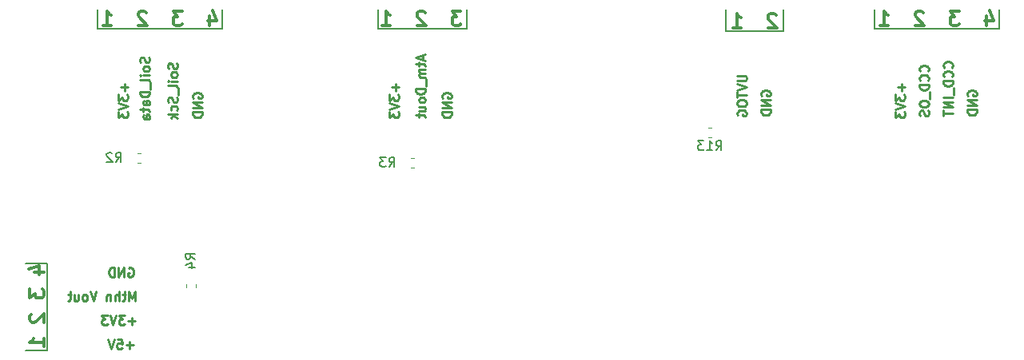
<source format=gbr>
G04 #@! TF.GenerationSoftware,KiCad,Pcbnew,(5.0.0)*
G04 #@! TF.CreationDate,2018-12-18T15:29:39-06:00*
G04 #@! TF.ProjectId,SRASensorBoard_Hardware,53524153656E736F72426F6172645F48,rev?*
G04 #@! TF.SameCoordinates,Original*
G04 #@! TF.FileFunction,Legend,Bot*
G04 #@! TF.FilePolarity,Positive*
%FSLAX46Y46*%
G04 Gerber Fmt 4.6, Leading zero omitted, Abs format (unit mm)*
G04 Created by KiCad (PCBNEW (5.0.0)) date 12/18/18 15:29:39*
%MOMM*%
%LPD*%
G01*
G04 APERTURE LIST*
%ADD10C,0.300000*%
%ADD11C,0.200000*%
%ADD12C,0.248000*%
%ADD13C,0.120000*%
%ADD14C,0.150000*%
G04 APERTURE END LIST*
D10*
X188165714Y-45906571D02*
X188165714Y-46906571D01*
X188522857Y-45335142D02*
X188880000Y-46406571D01*
X187951428Y-46406571D01*
X185237142Y-45406571D02*
X184308571Y-45406571D01*
X184808571Y-45978000D01*
X184594285Y-45978000D01*
X184451428Y-46049428D01*
X184380000Y-46120857D01*
X184308571Y-46263714D01*
X184308571Y-46620857D01*
X184380000Y-46763714D01*
X184451428Y-46835142D01*
X184594285Y-46906571D01*
X185022857Y-46906571D01*
X185165714Y-46835142D01*
X185237142Y-46763714D01*
X181451428Y-45549428D02*
X181380000Y-45478000D01*
X181237142Y-45406571D01*
X180880000Y-45406571D01*
X180737142Y-45478000D01*
X180665714Y-45549428D01*
X180594285Y-45692285D01*
X180594285Y-45835142D01*
X180665714Y-46049428D01*
X181522857Y-46906571D01*
X180594285Y-46906571D01*
X176880000Y-46906571D02*
X177737142Y-46906571D01*
X177308571Y-46906571D02*
X177308571Y-45406571D01*
X177451428Y-45620857D01*
X177594285Y-45763714D01*
X177737142Y-45835142D01*
D11*
X176276000Y-47244000D02*
X189484000Y-47244000D01*
X176276000Y-45212000D02*
X176276000Y-47244000D01*
X189484000Y-47244000D02*
X189484000Y-45212000D01*
D12*
X181964285Y-51793142D02*
X182011523Y-51745904D01*
X182058761Y-51604190D01*
X182058761Y-51509714D01*
X182011523Y-51368000D01*
X181917047Y-51273523D01*
X181822571Y-51226285D01*
X181633619Y-51179047D01*
X181491904Y-51179047D01*
X181302952Y-51226285D01*
X181208476Y-51273523D01*
X181114000Y-51368000D01*
X181066761Y-51509714D01*
X181066761Y-51604190D01*
X181114000Y-51745904D01*
X181161238Y-51793142D01*
X181964285Y-52785142D02*
X182011523Y-52737904D01*
X182058761Y-52596190D01*
X182058761Y-52501714D01*
X182011523Y-52360000D01*
X181917047Y-52265523D01*
X181822571Y-52218285D01*
X181633619Y-52171047D01*
X181491904Y-52171047D01*
X181302952Y-52218285D01*
X181208476Y-52265523D01*
X181114000Y-52360000D01*
X181066761Y-52501714D01*
X181066761Y-52596190D01*
X181114000Y-52737904D01*
X181161238Y-52785142D01*
X182058761Y-53210285D02*
X181066761Y-53210285D01*
X181066761Y-53446476D01*
X181114000Y-53588190D01*
X181208476Y-53682666D01*
X181302952Y-53729904D01*
X181491904Y-53777142D01*
X181633619Y-53777142D01*
X181822571Y-53729904D01*
X181917047Y-53682666D01*
X182011523Y-53588190D01*
X182058761Y-53446476D01*
X182058761Y-53210285D01*
X182153238Y-53966095D02*
X182153238Y-54721904D01*
X181066761Y-55147047D02*
X181066761Y-55336000D01*
X181114000Y-55430476D01*
X181208476Y-55524952D01*
X181397428Y-55572190D01*
X181728095Y-55572190D01*
X181917047Y-55524952D01*
X182011523Y-55430476D01*
X182058761Y-55336000D01*
X182058761Y-55147047D01*
X182011523Y-55052571D01*
X181917047Y-54958095D01*
X181728095Y-54910857D01*
X181397428Y-54910857D01*
X181208476Y-54958095D01*
X181114000Y-55052571D01*
X181066761Y-55147047D01*
X182011523Y-55950095D02*
X182058761Y-56091809D01*
X182058761Y-56328000D01*
X182011523Y-56422476D01*
X181964285Y-56469714D01*
X181869809Y-56516952D01*
X181775333Y-56516952D01*
X181680857Y-56469714D01*
X181633619Y-56422476D01*
X181586380Y-56328000D01*
X181539142Y-56139047D01*
X181491904Y-56044571D01*
X181444666Y-55997333D01*
X181350190Y-55950095D01*
X181255714Y-55950095D01*
X181161238Y-55997333D01*
X181114000Y-56044571D01*
X181066761Y-56139047D01*
X181066761Y-56375238D01*
X181114000Y-56516952D01*
X179140857Y-53116190D02*
X179140857Y-53872000D01*
X179518761Y-53494095D02*
X178762952Y-53494095D01*
X178526761Y-54249904D02*
X178526761Y-54864000D01*
X178904666Y-54533333D01*
X178904666Y-54675047D01*
X178951904Y-54769523D01*
X178999142Y-54816761D01*
X179093619Y-54864000D01*
X179329809Y-54864000D01*
X179424285Y-54816761D01*
X179471523Y-54769523D01*
X179518761Y-54675047D01*
X179518761Y-54391619D01*
X179471523Y-54297142D01*
X179424285Y-54249904D01*
X178526761Y-55147428D02*
X179518761Y-55478095D01*
X178526761Y-55808761D01*
X178526761Y-56044952D02*
X178526761Y-56659047D01*
X178904666Y-56328380D01*
X178904666Y-56470095D01*
X178951904Y-56564571D01*
X178999142Y-56611809D01*
X179093619Y-56659047D01*
X179329809Y-56659047D01*
X179424285Y-56611809D01*
X179471523Y-56564571D01*
X179518761Y-56470095D01*
X179518761Y-56186666D01*
X179471523Y-56092190D01*
X179424285Y-56044952D01*
X184504285Y-51397428D02*
X184551523Y-51350190D01*
X184598761Y-51208476D01*
X184598761Y-51114000D01*
X184551523Y-50972285D01*
X184457047Y-50877809D01*
X184362571Y-50830571D01*
X184173619Y-50783333D01*
X184031904Y-50783333D01*
X183842952Y-50830571D01*
X183748476Y-50877809D01*
X183654000Y-50972285D01*
X183606761Y-51114000D01*
X183606761Y-51208476D01*
X183654000Y-51350190D01*
X183701238Y-51397428D01*
X184504285Y-52389428D02*
X184551523Y-52342190D01*
X184598761Y-52200476D01*
X184598761Y-52106000D01*
X184551523Y-51964285D01*
X184457047Y-51869809D01*
X184362571Y-51822571D01*
X184173619Y-51775333D01*
X184031904Y-51775333D01*
X183842952Y-51822571D01*
X183748476Y-51869809D01*
X183654000Y-51964285D01*
X183606761Y-52106000D01*
X183606761Y-52200476D01*
X183654000Y-52342190D01*
X183701238Y-52389428D01*
X184598761Y-52814571D02*
X183606761Y-52814571D01*
X183606761Y-53050761D01*
X183654000Y-53192476D01*
X183748476Y-53286952D01*
X183842952Y-53334190D01*
X184031904Y-53381428D01*
X184173619Y-53381428D01*
X184362571Y-53334190D01*
X184457047Y-53286952D01*
X184551523Y-53192476D01*
X184598761Y-53050761D01*
X184598761Y-52814571D01*
X184693238Y-53570380D02*
X184693238Y-54326190D01*
X184598761Y-54562380D02*
X183606761Y-54562380D01*
X184598761Y-55034761D02*
X183606761Y-55034761D01*
X184598761Y-55601619D01*
X183606761Y-55601619D01*
X183606761Y-55932285D02*
X183606761Y-56499142D01*
X184598761Y-56215714D02*
X183606761Y-56215714D01*
X186194000Y-54362190D02*
X186146761Y-54267714D01*
X186146761Y-54126000D01*
X186194000Y-53984285D01*
X186288476Y-53889809D01*
X186382952Y-53842571D01*
X186571904Y-53795333D01*
X186713619Y-53795333D01*
X186902571Y-53842571D01*
X186997047Y-53889809D01*
X187091523Y-53984285D01*
X187138761Y-54126000D01*
X187138761Y-54220476D01*
X187091523Y-54362190D01*
X187044285Y-54409428D01*
X186713619Y-54409428D01*
X186713619Y-54220476D01*
X187138761Y-54834571D02*
X186146761Y-54834571D01*
X187138761Y-55401428D01*
X186146761Y-55401428D01*
X187138761Y-55873809D02*
X186146761Y-55873809D01*
X186146761Y-56110000D01*
X186194000Y-56251714D01*
X186288476Y-56346190D01*
X186382952Y-56393428D01*
X186571904Y-56440666D01*
X186713619Y-56440666D01*
X186902571Y-56393428D01*
X186997047Y-56346190D01*
X187091523Y-56251714D01*
X187138761Y-56110000D01*
X187138761Y-55873809D01*
D11*
X88646000Y-81407000D02*
X88646000Y-72136000D01*
X86360000Y-81407000D02*
X88646000Y-81407000D01*
X166624000Y-47498000D02*
X166624000Y-45212000D01*
X160528000Y-47498000D02*
X166624000Y-47498000D01*
X160528000Y-45212000D02*
X160528000Y-47498000D01*
X133096000Y-47244000D02*
X133096000Y-45212000D01*
X123698000Y-47244000D02*
X133096000Y-47244000D01*
X123698000Y-45212000D02*
X123698000Y-47244000D01*
X107188000Y-47244000D02*
X107188000Y-45212000D01*
X93980000Y-47244000D02*
X107188000Y-47244000D01*
X93980000Y-45212000D02*
X93980000Y-47244000D01*
X86360000Y-72136000D02*
X88646000Y-72136000D01*
D12*
X130568000Y-54616190D02*
X130520761Y-54521714D01*
X130520761Y-54380000D01*
X130568000Y-54238285D01*
X130662476Y-54143809D01*
X130756952Y-54096571D01*
X130945904Y-54049333D01*
X131087619Y-54049333D01*
X131276571Y-54096571D01*
X131371047Y-54143809D01*
X131465523Y-54238285D01*
X131512761Y-54380000D01*
X131512761Y-54474476D01*
X131465523Y-54616190D01*
X131418285Y-54663428D01*
X131087619Y-54663428D01*
X131087619Y-54474476D01*
X131512761Y-55088571D02*
X130520761Y-55088571D01*
X131512761Y-55655428D01*
X130520761Y-55655428D01*
X131512761Y-56127809D02*
X130520761Y-56127809D01*
X130520761Y-56364000D01*
X130568000Y-56505714D01*
X130662476Y-56600190D01*
X130756952Y-56647428D01*
X130945904Y-56694666D01*
X131087619Y-56694666D01*
X131276571Y-56647428D01*
X131371047Y-56600190D01*
X131465523Y-56505714D01*
X131512761Y-56364000D01*
X131512761Y-56127809D01*
X128435333Y-50104190D02*
X128435333Y-50576571D01*
X128718761Y-50009714D02*
X127726761Y-50340380D01*
X128718761Y-50671047D01*
X128057428Y-50860000D02*
X128057428Y-51237904D01*
X127726761Y-51001714D02*
X128577047Y-51001714D01*
X128671523Y-51048952D01*
X128718761Y-51143428D01*
X128718761Y-51237904D01*
X128718761Y-51568571D02*
X128057428Y-51568571D01*
X128151904Y-51568571D02*
X128104666Y-51615809D01*
X128057428Y-51710285D01*
X128057428Y-51852000D01*
X128104666Y-51946476D01*
X128199142Y-51993714D01*
X128718761Y-51993714D01*
X128199142Y-51993714D02*
X128104666Y-52040952D01*
X128057428Y-52135428D01*
X128057428Y-52277142D01*
X128104666Y-52371619D01*
X128199142Y-52418857D01*
X128718761Y-52418857D01*
X128813238Y-52655047D02*
X128813238Y-53410857D01*
X128718761Y-53647047D02*
X127726761Y-53647047D01*
X127726761Y-53883238D01*
X127774000Y-54024952D01*
X127868476Y-54119428D01*
X127962952Y-54166666D01*
X128151904Y-54213904D01*
X128293619Y-54213904D01*
X128482571Y-54166666D01*
X128577047Y-54119428D01*
X128671523Y-54024952D01*
X128718761Y-53883238D01*
X128718761Y-53647047D01*
X128718761Y-54780761D02*
X128671523Y-54686285D01*
X128624285Y-54639047D01*
X128529809Y-54591809D01*
X128246380Y-54591809D01*
X128151904Y-54639047D01*
X128104666Y-54686285D01*
X128057428Y-54780761D01*
X128057428Y-54922476D01*
X128104666Y-55016952D01*
X128151904Y-55064190D01*
X128246380Y-55111428D01*
X128529809Y-55111428D01*
X128624285Y-55064190D01*
X128671523Y-55016952D01*
X128718761Y-54922476D01*
X128718761Y-54780761D01*
X128057428Y-55961714D02*
X128718761Y-55961714D01*
X128057428Y-55536571D02*
X128577047Y-55536571D01*
X128671523Y-55583809D01*
X128718761Y-55678285D01*
X128718761Y-55820000D01*
X128671523Y-55914476D01*
X128624285Y-55961714D01*
X128057428Y-56292380D02*
X128057428Y-56670285D01*
X127726761Y-56434095D02*
X128577047Y-56434095D01*
X128671523Y-56481333D01*
X128718761Y-56575809D01*
X128718761Y-56670285D01*
X125546857Y-53116190D02*
X125546857Y-53872000D01*
X125924761Y-53494095D02*
X125168952Y-53494095D01*
X124932761Y-54249904D02*
X124932761Y-54864000D01*
X125310666Y-54533333D01*
X125310666Y-54675047D01*
X125357904Y-54769523D01*
X125405142Y-54816761D01*
X125499619Y-54864000D01*
X125735809Y-54864000D01*
X125830285Y-54816761D01*
X125877523Y-54769523D01*
X125924761Y-54675047D01*
X125924761Y-54391619D01*
X125877523Y-54297142D01*
X125830285Y-54249904D01*
X124932761Y-55147428D02*
X125924761Y-55478095D01*
X124932761Y-55808761D01*
X124932761Y-56044952D02*
X124932761Y-56659047D01*
X125310666Y-56328380D01*
X125310666Y-56470095D01*
X125357904Y-56564571D01*
X125405142Y-56611809D01*
X125499619Y-56659047D01*
X125735809Y-56659047D01*
X125830285Y-56611809D01*
X125877523Y-56564571D01*
X125924761Y-56470095D01*
X125924761Y-56186666D01*
X125877523Y-56092190D01*
X125830285Y-56044952D01*
D10*
X105869714Y-45906571D02*
X105869714Y-46906571D01*
X106226857Y-45335142D02*
X106584000Y-46406571D01*
X105655428Y-46406571D01*
X102941142Y-45406571D02*
X102012571Y-45406571D01*
X102512571Y-45978000D01*
X102298285Y-45978000D01*
X102155428Y-46049428D01*
X102084000Y-46120857D01*
X102012571Y-46263714D01*
X102012571Y-46620857D01*
X102084000Y-46763714D01*
X102155428Y-46835142D01*
X102298285Y-46906571D01*
X102726857Y-46906571D01*
X102869714Y-46835142D01*
X102941142Y-46763714D01*
X99155428Y-45549428D02*
X99084000Y-45478000D01*
X98941142Y-45406571D01*
X98584000Y-45406571D01*
X98441142Y-45478000D01*
X98369714Y-45549428D01*
X98298285Y-45692285D01*
X98298285Y-45835142D01*
X98369714Y-46049428D01*
X99226857Y-46906571D01*
X98298285Y-46906571D01*
X94584000Y-46906571D02*
X95441142Y-46906571D01*
X95012571Y-46906571D02*
X95012571Y-45406571D01*
X95155428Y-45620857D01*
X95298285Y-45763714D01*
X95441142Y-45835142D01*
X132484285Y-45406571D02*
X131555714Y-45406571D01*
X132055714Y-45978000D01*
X131841428Y-45978000D01*
X131698571Y-46049428D01*
X131627142Y-46120857D01*
X131555714Y-46263714D01*
X131555714Y-46620857D01*
X131627142Y-46763714D01*
X131698571Y-46835142D01*
X131841428Y-46906571D01*
X132270000Y-46906571D01*
X132412857Y-46835142D01*
X132484285Y-46763714D01*
X128698571Y-45549428D02*
X128627142Y-45478000D01*
X128484285Y-45406571D01*
X128127142Y-45406571D01*
X127984285Y-45478000D01*
X127912857Y-45549428D01*
X127841428Y-45692285D01*
X127841428Y-45835142D01*
X127912857Y-46049428D01*
X128770000Y-46906571D01*
X127841428Y-46906571D01*
X124127142Y-46906571D02*
X124984285Y-46906571D01*
X124555714Y-46906571D02*
X124555714Y-45406571D01*
X124698571Y-45620857D01*
X124841428Y-45763714D01*
X124984285Y-45835142D01*
X165861714Y-45803428D02*
X165790285Y-45732000D01*
X165647428Y-45660571D01*
X165290285Y-45660571D01*
X165147428Y-45732000D01*
X165076000Y-45803428D01*
X165004571Y-45946285D01*
X165004571Y-46089142D01*
X165076000Y-46303428D01*
X165933142Y-47160571D01*
X165004571Y-47160571D01*
X161290285Y-47160571D02*
X162147428Y-47160571D01*
X161718857Y-47160571D02*
X161718857Y-45660571D01*
X161861714Y-45874857D01*
X162004571Y-46017714D01*
X162147428Y-46089142D01*
D12*
X97275809Y-72656000D02*
X97370285Y-72608761D01*
X97512000Y-72608761D01*
X97653714Y-72656000D01*
X97748190Y-72750476D01*
X97795428Y-72844952D01*
X97842666Y-73033904D01*
X97842666Y-73175619D01*
X97795428Y-73364571D01*
X97748190Y-73459047D01*
X97653714Y-73553523D01*
X97512000Y-73600761D01*
X97417523Y-73600761D01*
X97275809Y-73553523D01*
X97228571Y-73506285D01*
X97228571Y-73175619D01*
X97417523Y-73175619D01*
X96803428Y-73600761D02*
X96803428Y-72608761D01*
X96236571Y-73600761D01*
X96236571Y-72608761D01*
X95764190Y-73600761D02*
X95764190Y-72608761D01*
X95528000Y-72608761D01*
X95386285Y-72656000D01*
X95291809Y-72750476D01*
X95244571Y-72844952D01*
X95197333Y-73033904D01*
X95197333Y-73175619D01*
X95244571Y-73364571D01*
X95291809Y-73459047D01*
X95386285Y-73553523D01*
X95528000Y-73600761D01*
X95764190Y-73600761D01*
X97983619Y-76140761D02*
X97983619Y-75148761D01*
X97652952Y-75857333D01*
X97322285Y-75148761D01*
X97322285Y-76140761D01*
X96991619Y-75479428D02*
X96613714Y-75479428D01*
X96849904Y-75148761D02*
X96849904Y-75999047D01*
X96802666Y-76093523D01*
X96708190Y-76140761D01*
X96613714Y-76140761D01*
X96283047Y-76140761D02*
X96283047Y-75148761D01*
X95857904Y-76140761D02*
X95857904Y-75621142D01*
X95905142Y-75526666D01*
X95999619Y-75479428D01*
X96141333Y-75479428D01*
X96235809Y-75526666D01*
X96283047Y-75573904D01*
X95385523Y-75479428D02*
X95385523Y-76140761D01*
X95385523Y-75573904D02*
X95338285Y-75526666D01*
X95243809Y-75479428D01*
X95102095Y-75479428D01*
X95007619Y-75526666D01*
X94960380Y-75621142D01*
X94960380Y-76140761D01*
X93873904Y-75148761D02*
X93543238Y-76140761D01*
X93212571Y-75148761D01*
X92740190Y-76140761D02*
X92834666Y-76093523D01*
X92881904Y-76046285D01*
X92929142Y-75951809D01*
X92929142Y-75668380D01*
X92881904Y-75573904D01*
X92834666Y-75526666D01*
X92740190Y-75479428D01*
X92598476Y-75479428D01*
X92504000Y-75526666D01*
X92456761Y-75573904D01*
X92409523Y-75668380D01*
X92409523Y-75951809D01*
X92456761Y-76046285D01*
X92504000Y-76093523D01*
X92598476Y-76140761D01*
X92740190Y-76140761D01*
X91559238Y-75479428D02*
X91559238Y-76140761D01*
X91984380Y-75479428D02*
X91984380Y-75999047D01*
X91937142Y-76093523D01*
X91842666Y-76140761D01*
X91700952Y-76140761D01*
X91606476Y-76093523D01*
X91559238Y-76046285D01*
X91228571Y-75479428D02*
X90850666Y-75479428D01*
X91086857Y-75148761D02*
X91086857Y-75999047D01*
X91039619Y-76093523D01*
X90945142Y-76140761D01*
X90850666Y-76140761D01*
X98013809Y-78302857D02*
X97258000Y-78302857D01*
X97635904Y-78680761D02*
X97635904Y-77924952D01*
X96880095Y-77688761D02*
X96266000Y-77688761D01*
X96596666Y-78066666D01*
X96454952Y-78066666D01*
X96360476Y-78113904D01*
X96313238Y-78161142D01*
X96266000Y-78255619D01*
X96266000Y-78491809D01*
X96313238Y-78586285D01*
X96360476Y-78633523D01*
X96454952Y-78680761D01*
X96738380Y-78680761D01*
X96832857Y-78633523D01*
X96880095Y-78586285D01*
X95982571Y-77688761D02*
X95651904Y-78680761D01*
X95321238Y-77688761D01*
X95085047Y-77688761D02*
X94470952Y-77688761D01*
X94801619Y-78066666D01*
X94659904Y-78066666D01*
X94565428Y-78113904D01*
X94518190Y-78161142D01*
X94470952Y-78255619D01*
X94470952Y-78491809D01*
X94518190Y-78586285D01*
X94565428Y-78633523D01*
X94659904Y-78680761D01*
X94943333Y-78680761D01*
X95037809Y-78633523D01*
X95085047Y-78586285D01*
X97795428Y-80842857D02*
X97039619Y-80842857D01*
X97417523Y-81220761D02*
X97417523Y-80464952D01*
X96094857Y-80228761D02*
X96567238Y-80228761D01*
X96614476Y-80701142D01*
X96567238Y-80653904D01*
X96472761Y-80606666D01*
X96236571Y-80606666D01*
X96142095Y-80653904D01*
X96094857Y-80701142D01*
X96047619Y-80795619D01*
X96047619Y-81031809D01*
X96094857Y-81126285D01*
X96142095Y-81173523D01*
X96236571Y-81220761D01*
X96472761Y-81220761D01*
X96567238Y-81173523D01*
X96614476Y-81126285D01*
X95764190Y-80228761D02*
X95433523Y-81220761D01*
X95102857Y-80228761D01*
D10*
X87308571Y-73136571D02*
X88308571Y-73136571D01*
X86737142Y-72779428D02*
X87808571Y-72422285D01*
X87808571Y-73350857D01*
X86808571Y-74922285D02*
X86808571Y-75850857D01*
X87380000Y-75350857D01*
X87380000Y-75565142D01*
X87451428Y-75708000D01*
X87522857Y-75779428D01*
X87665714Y-75850857D01*
X88022857Y-75850857D01*
X88165714Y-75779428D01*
X88237142Y-75708000D01*
X88308571Y-75565142D01*
X88308571Y-75136571D01*
X88237142Y-74993714D01*
X88165714Y-74922285D01*
X86951428Y-77565142D02*
X86880000Y-77636571D01*
X86808571Y-77779428D01*
X86808571Y-78136571D01*
X86880000Y-78279428D01*
X86951428Y-78350857D01*
X87094285Y-78422285D01*
X87237142Y-78422285D01*
X87451428Y-78350857D01*
X88308571Y-77493714D01*
X88308571Y-78422285D01*
X88308571Y-80993714D02*
X88308571Y-80136571D01*
X88308571Y-80565142D02*
X86808571Y-80565142D01*
X87022857Y-80422285D01*
X87165714Y-80279428D01*
X87237142Y-80136571D01*
D12*
X161762761Y-52253904D02*
X162565809Y-52253904D01*
X162660285Y-52301142D01*
X162707523Y-52348380D01*
X162754761Y-52442857D01*
X162754761Y-52631809D01*
X162707523Y-52726285D01*
X162660285Y-52773523D01*
X162565809Y-52820761D01*
X161762761Y-52820761D01*
X161762761Y-53151428D02*
X162754761Y-53482095D01*
X161762761Y-53812761D01*
X161762761Y-54001714D02*
X161762761Y-54568571D01*
X162754761Y-54285142D02*
X161762761Y-54285142D01*
X161762761Y-55088190D02*
X161762761Y-55277142D01*
X161810000Y-55371619D01*
X161904476Y-55466095D01*
X162093428Y-55513333D01*
X162424095Y-55513333D01*
X162613047Y-55466095D01*
X162707523Y-55371619D01*
X162754761Y-55277142D01*
X162754761Y-55088190D01*
X162707523Y-54993714D01*
X162613047Y-54899238D01*
X162424095Y-54852000D01*
X162093428Y-54852000D01*
X161904476Y-54899238D01*
X161810000Y-54993714D01*
X161762761Y-55088190D01*
X161810000Y-56458095D02*
X161762761Y-56363619D01*
X161762761Y-56221904D01*
X161810000Y-56080190D01*
X161904476Y-55985714D01*
X161998952Y-55938476D01*
X162187904Y-55891238D01*
X162329619Y-55891238D01*
X162518571Y-55938476D01*
X162613047Y-55985714D01*
X162707523Y-56080190D01*
X162754761Y-56221904D01*
X162754761Y-56316380D01*
X162707523Y-56458095D01*
X162660285Y-56505333D01*
X162329619Y-56505333D01*
X162329619Y-56316380D01*
X164350000Y-54362190D02*
X164302761Y-54267714D01*
X164302761Y-54126000D01*
X164350000Y-53984285D01*
X164444476Y-53889809D01*
X164538952Y-53842571D01*
X164727904Y-53795333D01*
X164869619Y-53795333D01*
X165058571Y-53842571D01*
X165153047Y-53889809D01*
X165247523Y-53984285D01*
X165294761Y-54126000D01*
X165294761Y-54220476D01*
X165247523Y-54362190D01*
X165200285Y-54409428D01*
X164869619Y-54409428D01*
X164869619Y-54220476D01*
X165294761Y-54834571D02*
X164302761Y-54834571D01*
X165294761Y-55401428D01*
X164302761Y-55401428D01*
X165294761Y-55873809D02*
X164302761Y-55873809D01*
X164302761Y-56110000D01*
X164350000Y-56251714D01*
X164444476Y-56346190D01*
X164538952Y-56393428D01*
X164727904Y-56440666D01*
X164869619Y-56440666D01*
X165058571Y-56393428D01*
X165153047Y-56346190D01*
X165247523Y-56251714D01*
X165294761Y-56110000D01*
X165294761Y-55873809D01*
X104152000Y-54616190D02*
X104104761Y-54521714D01*
X104104761Y-54380000D01*
X104152000Y-54238285D01*
X104246476Y-54143809D01*
X104340952Y-54096571D01*
X104529904Y-54049333D01*
X104671619Y-54049333D01*
X104860571Y-54096571D01*
X104955047Y-54143809D01*
X105049523Y-54238285D01*
X105096761Y-54380000D01*
X105096761Y-54474476D01*
X105049523Y-54616190D01*
X105002285Y-54663428D01*
X104671619Y-54663428D01*
X104671619Y-54474476D01*
X105096761Y-55088571D02*
X104104761Y-55088571D01*
X105096761Y-55655428D01*
X104104761Y-55655428D01*
X105096761Y-56127809D02*
X104104761Y-56127809D01*
X104104761Y-56364000D01*
X104152000Y-56505714D01*
X104246476Y-56600190D01*
X104340952Y-56647428D01*
X104529904Y-56694666D01*
X104671619Y-56694666D01*
X104860571Y-56647428D01*
X104955047Y-56600190D01*
X105049523Y-56505714D01*
X105096761Y-56364000D01*
X105096761Y-56127809D01*
X102403523Y-50942857D02*
X102450761Y-51084571D01*
X102450761Y-51320761D01*
X102403523Y-51415238D01*
X102356285Y-51462476D01*
X102261809Y-51509714D01*
X102167333Y-51509714D01*
X102072857Y-51462476D01*
X102025619Y-51415238D01*
X101978380Y-51320761D01*
X101931142Y-51131809D01*
X101883904Y-51037333D01*
X101836666Y-50990095D01*
X101742190Y-50942857D01*
X101647714Y-50942857D01*
X101553238Y-50990095D01*
X101506000Y-51037333D01*
X101458761Y-51131809D01*
X101458761Y-51368000D01*
X101506000Y-51509714D01*
X102450761Y-52076571D02*
X102403523Y-51982095D01*
X102356285Y-51934857D01*
X102261809Y-51887619D01*
X101978380Y-51887619D01*
X101883904Y-51934857D01*
X101836666Y-51982095D01*
X101789428Y-52076571D01*
X101789428Y-52218285D01*
X101836666Y-52312761D01*
X101883904Y-52360000D01*
X101978380Y-52407238D01*
X102261809Y-52407238D01*
X102356285Y-52360000D01*
X102403523Y-52312761D01*
X102450761Y-52218285D01*
X102450761Y-52076571D01*
X102450761Y-52832380D02*
X101789428Y-52832380D01*
X101458761Y-52832380D02*
X101506000Y-52785142D01*
X101553238Y-52832380D01*
X101506000Y-52879619D01*
X101458761Y-52832380D01*
X101553238Y-52832380D01*
X102450761Y-53446476D02*
X102403523Y-53352000D01*
X102309047Y-53304761D01*
X101458761Y-53304761D01*
X102545238Y-53588190D02*
X102545238Y-54344000D01*
X102403523Y-54532952D02*
X102450761Y-54674666D01*
X102450761Y-54910857D01*
X102403523Y-55005333D01*
X102356285Y-55052571D01*
X102261809Y-55099809D01*
X102167333Y-55099809D01*
X102072857Y-55052571D01*
X102025619Y-55005333D01*
X101978380Y-54910857D01*
X101931142Y-54721904D01*
X101883904Y-54627428D01*
X101836666Y-54580190D01*
X101742190Y-54532952D01*
X101647714Y-54532952D01*
X101553238Y-54580190D01*
X101506000Y-54627428D01*
X101458761Y-54721904D01*
X101458761Y-54958095D01*
X101506000Y-55099809D01*
X102403523Y-55950095D02*
X102450761Y-55855619D01*
X102450761Y-55666666D01*
X102403523Y-55572190D01*
X102356285Y-55524952D01*
X102261809Y-55477714D01*
X101978380Y-55477714D01*
X101883904Y-55524952D01*
X101836666Y-55572190D01*
X101789428Y-55666666D01*
X101789428Y-55855619D01*
X101836666Y-55950095D01*
X102450761Y-56375238D02*
X101458761Y-56375238D01*
X102072857Y-56469714D02*
X102450761Y-56753142D01*
X101789428Y-56753142D02*
X102167333Y-56375238D01*
X99461523Y-50310952D02*
X99508761Y-50452666D01*
X99508761Y-50688857D01*
X99461523Y-50783333D01*
X99414285Y-50830571D01*
X99319809Y-50877809D01*
X99225333Y-50877809D01*
X99130857Y-50830571D01*
X99083619Y-50783333D01*
X99036380Y-50688857D01*
X98989142Y-50499904D01*
X98941904Y-50405428D01*
X98894666Y-50358190D01*
X98800190Y-50310952D01*
X98705714Y-50310952D01*
X98611238Y-50358190D01*
X98564000Y-50405428D01*
X98516761Y-50499904D01*
X98516761Y-50736095D01*
X98564000Y-50877809D01*
X99508761Y-51444666D02*
X99461523Y-51350190D01*
X99414285Y-51302952D01*
X99319809Y-51255714D01*
X99036380Y-51255714D01*
X98941904Y-51302952D01*
X98894666Y-51350190D01*
X98847428Y-51444666D01*
X98847428Y-51586380D01*
X98894666Y-51680857D01*
X98941904Y-51728095D01*
X99036380Y-51775333D01*
X99319809Y-51775333D01*
X99414285Y-51728095D01*
X99461523Y-51680857D01*
X99508761Y-51586380D01*
X99508761Y-51444666D01*
X99508761Y-52200476D02*
X98847428Y-52200476D01*
X98516761Y-52200476D02*
X98564000Y-52153238D01*
X98611238Y-52200476D01*
X98564000Y-52247714D01*
X98516761Y-52200476D01*
X98611238Y-52200476D01*
X99508761Y-52814571D02*
X99461523Y-52720095D01*
X99367047Y-52672857D01*
X98516761Y-52672857D01*
X99603238Y-52956285D02*
X99603238Y-53712095D01*
X99508761Y-53948285D02*
X98516761Y-53948285D01*
X98516761Y-54184476D01*
X98564000Y-54326190D01*
X98658476Y-54420666D01*
X98752952Y-54467904D01*
X98941904Y-54515142D01*
X99083619Y-54515142D01*
X99272571Y-54467904D01*
X99367047Y-54420666D01*
X99461523Y-54326190D01*
X99508761Y-54184476D01*
X99508761Y-53948285D01*
X99508761Y-55365428D02*
X98989142Y-55365428D01*
X98894666Y-55318190D01*
X98847428Y-55223714D01*
X98847428Y-55034761D01*
X98894666Y-54940285D01*
X99461523Y-55365428D02*
X99508761Y-55270952D01*
X99508761Y-55034761D01*
X99461523Y-54940285D01*
X99367047Y-54893047D01*
X99272571Y-54893047D01*
X99178095Y-54940285D01*
X99130857Y-55034761D01*
X99130857Y-55270952D01*
X99083619Y-55365428D01*
X98847428Y-55696095D02*
X98847428Y-56074000D01*
X98516761Y-55837809D02*
X99367047Y-55837809D01*
X99461523Y-55885047D01*
X99508761Y-55979523D01*
X99508761Y-56074000D01*
X99508761Y-56829809D02*
X98989142Y-56829809D01*
X98894666Y-56782571D01*
X98847428Y-56688095D01*
X98847428Y-56499142D01*
X98894666Y-56404666D01*
X99461523Y-56829809D02*
X99508761Y-56735333D01*
X99508761Y-56499142D01*
X99461523Y-56404666D01*
X99367047Y-56357428D01*
X99272571Y-56357428D01*
X99178095Y-56404666D01*
X99130857Y-56499142D01*
X99130857Y-56735333D01*
X99083619Y-56829809D01*
X96844857Y-53116190D02*
X96844857Y-53872000D01*
X97222761Y-53494095D02*
X96466952Y-53494095D01*
X96230761Y-54249904D02*
X96230761Y-54864000D01*
X96608666Y-54533333D01*
X96608666Y-54675047D01*
X96655904Y-54769523D01*
X96703142Y-54816761D01*
X96797619Y-54864000D01*
X97033809Y-54864000D01*
X97128285Y-54816761D01*
X97175523Y-54769523D01*
X97222761Y-54675047D01*
X97222761Y-54391619D01*
X97175523Y-54297142D01*
X97128285Y-54249904D01*
X96230761Y-55147428D02*
X97222761Y-55478095D01*
X96230761Y-55808761D01*
X96230761Y-56044952D02*
X96230761Y-56659047D01*
X96608666Y-56328380D01*
X96608666Y-56470095D01*
X96655904Y-56564571D01*
X96703142Y-56611809D01*
X96797619Y-56659047D01*
X97033809Y-56659047D01*
X97128285Y-56611809D01*
X97175523Y-56564571D01*
X97222761Y-56470095D01*
X97222761Y-56186666D01*
X97175523Y-56092190D01*
X97128285Y-56044952D01*
D13*
G04 #@! TO.C,R4*
X104396000Y-74720267D02*
X104396000Y-74377733D01*
X103376000Y-74720267D02*
X103376000Y-74377733D01*
G04 #@! TO.C,R2*
X98239733Y-60450000D02*
X98582267Y-60450000D01*
X98239733Y-61470000D02*
X98582267Y-61470000D01*
G04 #@! TO.C,R3*
X127223733Y-61978000D02*
X127566267Y-61978000D01*
X127223733Y-60958000D02*
X127566267Y-60958000D01*
G04 #@! TO.C,R13*
X158691733Y-58803000D02*
X159034267Y-58803000D01*
X158691733Y-57783000D02*
X159034267Y-57783000D01*
G04 #@! TO.C,R4*
D14*
X104338380Y-71715333D02*
X103862190Y-71382000D01*
X104338380Y-71143904D02*
X103338380Y-71143904D01*
X103338380Y-71524857D01*
X103386000Y-71620095D01*
X103433619Y-71667714D01*
X103528857Y-71715333D01*
X103671714Y-71715333D01*
X103766952Y-71667714D01*
X103814571Y-71620095D01*
X103862190Y-71524857D01*
X103862190Y-71143904D01*
X103671714Y-72572476D02*
X104338380Y-72572476D01*
X103290761Y-72334380D02*
X104005047Y-72096285D01*
X104005047Y-72715333D01*
G04 #@! TO.C,R2*
X95924666Y-61412380D02*
X96258000Y-60936190D01*
X96496095Y-61412380D02*
X96496095Y-60412380D01*
X96115142Y-60412380D01*
X96019904Y-60460000D01*
X95972285Y-60507619D01*
X95924666Y-60602857D01*
X95924666Y-60745714D01*
X95972285Y-60840952D01*
X96019904Y-60888571D01*
X96115142Y-60936190D01*
X96496095Y-60936190D01*
X95543714Y-60507619D02*
X95496095Y-60460000D01*
X95400857Y-60412380D01*
X95162761Y-60412380D01*
X95067523Y-60460000D01*
X95019904Y-60507619D01*
X94972285Y-60602857D01*
X94972285Y-60698095D01*
X95019904Y-60840952D01*
X95591333Y-61412380D01*
X94972285Y-61412380D01*
G04 #@! TO.C,R3*
X124880666Y-61920380D02*
X125214000Y-61444190D01*
X125452095Y-61920380D02*
X125452095Y-60920380D01*
X125071142Y-60920380D01*
X124975904Y-60968000D01*
X124928285Y-61015619D01*
X124880666Y-61110857D01*
X124880666Y-61253714D01*
X124928285Y-61348952D01*
X124975904Y-61396571D01*
X125071142Y-61444190D01*
X125452095Y-61444190D01*
X124547333Y-60920380D02*
X123928285Y-60920380D01*
X124261619Y-61301333D01*
X124118761Y-61301333D01*
X124023523Y-61348952D01*
X123975904Y-61396571D01*
X123928285Y-61491809D01*
X123928285Y-61729904D01*
X123975904Y-61825142D01*
X124023523Y-61872761D01*
X124118761Y-61920380D01*
X124404476Y-61920380D01*
X124499714Y-61872761D01*
X124547333Y-61825142D01*
G04 #@! TO.C,R13*
X159505857Y-60175380D02*
X159839190Y-59699190D01*
X160077285Y-60175380D02*
X160077285Y-59175380D01*
X159696333Y-59175380D01*
X159601095Y-59223000D01*
X159553476Y-59270619D01*
X159505857Y-59365857D01*
X159505857Y-59508714D01*
X159553476Y-59603952D01*
X159601095Y-59651571D01*
X159696333Y-59699190D01*
X160077285Y-59699190D01*
X158553476Y-60175380D02*
X159124904Y-60175380D01*
X158839190Y-60175380D02*
X158839190Y-59175380D01*
X158934428Y-59318238D01*
X159029666Y-59413476D01*
X159124904Y-59461095D01*
X158220142Y-59175380D02*
X157601095Y-59175380D01*
X157934428Y-59556333D01*
X157791571Y-59556333D01*
X157696333Y-59603952D01*
X157648714Y-59651571D01*
X157601095Y-59746809D01*
X157601095Y-59984904D01*
X157648714Y-60080142D01*
X157696333Y-60127761D01*
X157791571Y-60175380D01*
X158077285Y-60175380D01*
X158172523Y-60127761D01*
X158220142Y-60080142D01*
G04 #@! TD*
M02*

</source>
